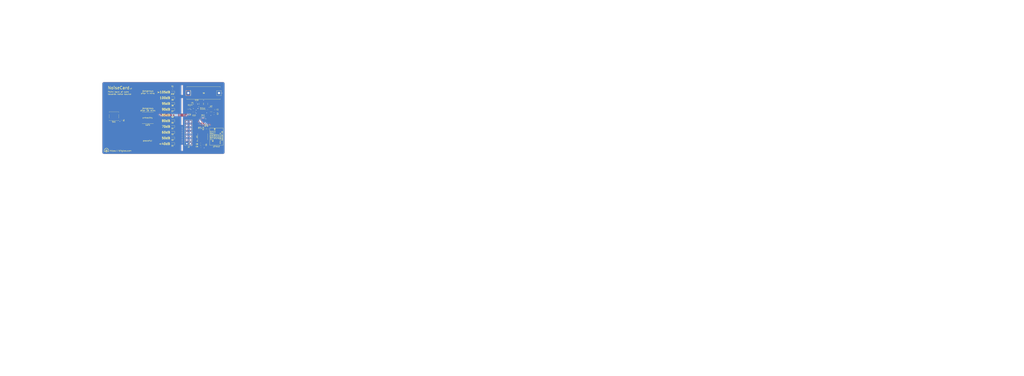
<source format=kicad_pcb>
(kicad_pcb (version 20221018) (generator pcbnew)
  (title_block (title "NoiseCard") (date "2024-06-29") (rev "2") (company "bitgloo") (comment 1 "Drawn by Clyne Sullivan") (comment 2 "Released under the CERN Open Hardware License Version 2 - Strongly Reciprocal"))
  (layers (0 "F.Cu" signal) (31 "B.Cu" signal) (34 "B.Paste" user) (35 "F.Paste" user) (36 "B.SilkS" user "B.Silkscreen") (37 "F.SilkS" user "F.Silkscreen") (38 "B.Mask" user) (39 "F.Mask" user) (44 "Edge.Cuts" user))
  (net 0 "")
  (net 1 "SWCLK")
  (net 2 "GND")
  (net 3 "MIC_WS")
  (net 4 "MIC_BCLK")
  (net 5 "Net-(MK1-DATA_OUT)")
  (net 6 "MIC_DATA_OUT")
  (net 7 "Net-(U1-PA4)")
  (net 8 "SWDIO")
  (net 9 "+1V8")
  (net 10 "Net-(U2-SW)")
  (net 11 "Net-(U4-VIN)")
  (net 12 "Net-(U1-PA5)")
  (net 13 "LED0")
  (net 14 "Net-(D1-A)")
  (net 15 "LED1")
  (net 16 "LED2")
  (net 17 "LED3")
  (net 18 "LED4")
  (net 19 "LED5")
  (net 20 "LED6")
  (net 21 "LED7")
  (net 22 "LED8")
  (net 23 "LED9")
  (net 24 "NRST")
  (net 25 "EN")
  (net 28 "+BATT")
  (net 29 "Net-(U4-VREF)")
  (net 30 "Net-(U3-VOUT)")
  (footprint "Capacitor_SMD:C_1210_3225Metric" (layer "F.Cu") (at 182 65.15 90)
    (fp_text reference "C4")
    (fp_text value "11mF")
  )
  (footprint "Package_TO_SOT_SMD:SOT-23" (layer "F.Cu") (at 170.8 70.375)
    (fp_text reference "U3")
    (fp_text value "BD49KxxG")
  )
  (footprint "Package_TO_SOT_SMD:TSOT-23-5" (layer "F.Cu") (at 185.65 69.15)
    (fp_text reference "U2")
    (fp_text value "LM3670MF")
  )
  (footprint "Capacitor_SMD:C_0603_1608Metric" (layer "F.Cu") (at 177.2 79.6 -90)
    (fp_text reference "C6")
    (fp_text value "0.1uF")
  )
  (footprint "Resistor_SMD:R_0603_1608Metric" (layer "F.Cu") (at 123.6 76.6 90)
    (fp_text reference "R4")
    (fp_text value "33k")
  )
  (footprint "Capacitor_SMD:C_0805_2012Metric" (layer "F.Cu") (at 178.35 93.225)
    (fp_text reference "C8")
    (fp_text value "2.2uF")
  )
  (footprint "Capacitor_SMD:C_0603_1608Metric" (layer "F.Cu") (at 175.6 63.95)
    (fp_text reference "C10")
    (fp_text value "5.6nF")
  )
  (footprint "Resistor_SMD:R_0603_1608Metric" (layer "F.Cu") (at 158.8 54.4 180)
    (fp_text reference "R1")
    (fp_text value "51")
  )
  (footprint "Capacitor_SMD:C_0603_1608Metric" (layer "F.Cu") (at 178.55 94.975)
    (fp_text reference "C9")
    (fp_text value "0.1uF")
  )
  (footprint "Capacitor_SMD:C_0805_2012Metric" (layer "F.Cu") (at 171 67.55 180)
    (fp_text reference "C11")
    (fp_text value "2.2uF")
  )
  (footprint "LED_SMD:LED_0603_1608Metric" (layer "F.Cu") (at 158.7875 77 180)
    (fp_text reference "D5")
    (fp_text value "LED")
  )
  (footprint "Resistor_SMD:R_0603_1608Metric" (layer "F.Cu") (at 181.7 82.6 -90)
    (fp_text reference "R3")
    (fp_text value "51")
  )
  (footprint "Connector_PinHeader_2.54mm:PinHeader_2x07_P2.54mm_Vertical" (layer "F.Cu") (at 171.275 92.875 180)
    (fp_text reference "J2")
    (fp_text value "Conn_02x07_Odd_Even")
  )
  (footprint "LED_SMD:LED_0603_1608Metric" (layer "F.Cu") (at 158.7875 73 180)
    (fp_text reference "D6")
    (fp_text value "LED")
  )
  (footprint "LED_SMD:LED_0603_1608Metric" (layer "F.Cu") (at 158.7875 65 180)
    (fp_text reference "D8")
    (fp_text value "LED")
  )
  (footprint "LED_SMD:LED_0603_1608Metric" (layer "F.Cu") (at 158.7875 89 180)
    (fp_text reference "D2")
    (fp_text value "LED")
  )
  (footprint "Capacitor_SMD:C_0603_1608Metric" (layer "F.Cu") (at 178.7 79.6 -90)
    (fp_text reference "C7")
    (fp_text value "200pF")
  )
  (footprint "footprints:HWQFN16_SOT8076-1_NEX" (layer "F.Cu") (at 174.849811 66.9272)
    (fp_text reference "U4")
    (fp_text value "NEH2000BYJ")
  )
  (footprint "LED_SMD:LED_0603_1608Metric" (layer "F.Cu") (at 158.7875 57 180)
    (fp_text reference "D10")
    (fp_text value "LED")
  )
  (footprint "Resistor_SMD:R_0603_1608Metric" (layer "F.Cu") (at 180.2 79.6 -90)
    (fp_text reference "R10")
    (fp_text value "51")
  )
  (footprint "Button_Switch_SMD:SW_SPST_EVQP0" (layer "F.Cu") (at 118 73.8 180)
    (fp_text reference "SW1")
    (fp_text value "SW_Push")
  )
  (footprint "TestPoint:TestPoint_THTPad_3.0x3.0mm_Drill1.5mm" (layer "F.Cu") (at 191.1307 57.6)
    (fp_text reference "TP3" hide)
    (fp_text value "TestPoint")
  )
  (footprint "LED_SMD:LED_0603_1608Metric" (layer "F.Cu") (at 158.7875 81 180)
    (fp_text reference "D4")
    (fp_text value "LED")
  )
  (footprint "Inductor_SMD:L_0805_2012Metric" (layer "F.Cu") (at 188.6 69.15 -90)
    (fp_text reference "L1")
    (fp_text value "10uH")
  )
  (footprint "noisemeter:MIC_SPH0645LM4H-B" (layer "F.Cu") (at 180 75 180)
    (fp_text reference "MK1")
    (fp_text value "SPH0645LM4H-B")
  )
  (footprint "Capacitor_SMD:C_0603_1608Metric" (layer "F.Cu") (at 180.8 93.725 -90)
    (fp_text reference "C5")
    (fp_text value "0.1uF")
  )
  (footprint "LED_SMD:LED_0603_1608Metric" (layer "F.Cu") (at 158.7875 93 180)
    (fp_text reference "D1")
    (fp_text value "LED")
  )
  (footprint "Resistor_SMD:R_0603_1608Metric" (layer "F.Cu") (at 183.2 82.6 -90)
    (fp_text reference "R2")
    (fp_text value "51")
  )
  (footprint "Capacitor_SMD:C_0805_2012Metric" (layer "F.Cu") (at 182.6 69.15 -90)
    (fp_text reference "C1")
    (fp_text value "4.7uF")
  )
  (footprint "LED_SMD:LED_0603_1608Metric" (layer "F.Cu") (at 158.7875 61 180)
    (fp_text reference "D9")
    (fp_text value "LED")
  )
  (footprint "Library:KXOB25-02X8F-TR_IXY" (layer "F.Cu") (at 180.45 57.6 180)
    (fp_text reference "B1")
    (fp_text value "KXOB25-05X3F-TR")
  )
  (footprint "Capacitor_SMD:C_0805_2012Metric" (layer "F.Cu") (at 187.7 72 180)
    (fp_text reference "C2")
    (fp_text value "10uF")
  )
  (footprint "LED_SMD:LED_0603_1608Metric" (layer "F.Cu") (at 158.7875 85 180)
    (fp_text reference "D3")
    (fp_text value "LED")
  )
  (footprint "Capacitor_SMD:C_1210_3225Metric" (layer "F.Cu") (at 178.8 65.15 90)
    (fp_text reference "C3")
    (fp_text value "11mF")
  )
  (footprint "Capacitor_SMD:C_0805_2012Metric" (layer "F.Cu") (at 173.8 70.8 -90)
    (fp_text reference "C12")
    (fp_text value "2.2uF")
  )
  (footprint "Package_SO:TSSOP-20_4.4x6.5mm_P0.65mm" (layer "F.Cu") (at 179.8 88.05 90)
    (fp_text reference "U1" hide)
    (fp_text value "STM32G031F6Px")
  )
  (footprint "LED_SMD:LED_0603_1608Metric" (layer "F.Cu") (at 158.7875 69 180)
    (fp_text reference "D7")
    (fp_text value "LED")
  )
  (footprint "TestPoint:TestPoint_THTPad_3.0x3.0mm_Drill1.5mm" (layer "F.Cu") (at 169.7693 57.6)
    (fp_text reference "TP2" hide)
    (fp_text value "TestPoint")
  )
  (gr_line (start 194 88) (end 194 94) (stroke (width 0.15)) (layer "F.SilkS"))
  (gr_line (start 184.75 82) (end 194 82) (stroke (width 0.15)) (layer "F.SilkS"))
  (gr_line (start 194 82) (end 194 88) (stroke (width 0.15)) (layer "F.SilkS"))
  (gr_line (start 194 94) (end 184.75 94) (stroke (width 0.15)) (layer "F.SilkS"))
  (gr_line (start 145.6 78.8) (end 137.6 78.8) (stroke (width 0.15)) (layer "F.SilkS"))
  (gr_line (start 145.6 71) (end 137.6 71) (stroke (width 0.15)) (layer "F.SilkS"))
  (gr_line (start 184.75 88) (end 194 88) (stroke (width 0.15)) (layer "F.SilkS"))
  (gr_poly (pts (xy 112.913733 95.905135) (xy 112.991006 95.909286) (xy 113.027346 95.912433) (xy 113.061583 95.91629) (xy 113.093287 95.920855) (xy 113.12203 95.926126) (xy 113.228728 95.953368) (xy 113.333008 95.98862) (xy 113.4346 96.031623) (xy 113.533237 96.08212) (xy 113.628649 96.139851) (xy 113.720567 96.204559) (xy 113.808724 96.275984) (xy 113.89285 96.353869) (xy 113.972676 96.437955) (xy 114.047934 96.527984) (xy 114.118355 96.623697) (xy 114.183671 96.724837) (xy 114.243612 96.831144) (xy 114.29791 96.94236) (xy 114.346297 97.058227) (xy 114.388503 97.178487) (xy 114.418585 97.278071) (xy 114.442963 97.374224) (xy 114.453141 97.422163) (xy 114.462049 97.470624) (xy 114.469736 97.520067) (xy 114.476256 97.570952) (xy 114.48166 97.623739) (xy 114.485999 97.678887) (xy 114.49169 97.798108) (xy 114.493743 97.932295) (xy 114.492572 98.085126) (xy 114.48728 98.462598) (xy 114.434364 98.504932) (xy 114.416401 98.518399) (xy 114.407567 98.523903) (xy 114.398149 98.528661) (xy 114.387635 98.532727) (xy 114.375514 98.536154) (xy 114.361275 98.538998) (xy 114.344405 98.541312) (xy 114.324394 98.54315) (xy 114.300728 98.544567) (xy 114.240391 98.546355) (xy 114.1593 98.54711) (xy 114.053364 98.547265) (xy 113.945484 98.547179) (xy 113.901598 98.546974) (xy 113.863691 98.546576) (xy 113.83122 98.545919) (xy 113.816853 98.545474) (xy 113.803643 98.54494) (xy 113.79152 98.544308) (xy 113.780417 98.543572) (xy 113.770266 98.542723) (xy 113.760999 98.541753) (xy 113.752549 98.540653) (xy 113.744848 98.539417) (xy 113.737827 98.538035) (xy 113.731419 98.536499) (xy 113.725557 98.534802) (xy 113.720172 98.532935) (xy 113.715197 98.530891) (xy 113.710563 98.528661) (xy 113.706203 98.526238) (xy 113.702049 98.523612) (xy 113.698034 98.520777) (xy 113.694088 98.517723) (xy 113.690146 98.514444) (xy 113.686138 98.51093) (xy 113.677655 98.503168) (xy 113.671278 98.496963) (xy 113.665375 98.490596) (xy 113.659944 98.48408) (xy 113.654983 98.477426) (xy 113.650492 98.470648) (xy 113.646467 98.463759) (xy 113.642909 98.456772) (xy 113.639814 98.4497) (xy 113.637182 98.442555) (xy 113.635011 98.435351) (xy 113.6333 98.4281) (xy 113.632046 98.420816) (xy 113.631248 98.413511) (xy 113.630904 98.406198) (xy 113.631013 98.398891) (xy 113.631574 98.391602) (xy 113.632584 98.384343) (xy 113.634042 98.377129) (xy 113.635946 98.369971) (xy 113.638295 98.362883) (xy 113.641087 98.355878) (xy 113.644321 98.348968) (xy 113.647995 98.342167) (xy 113.652106 98.335488) (xy 113.656655 98.328943) (xy 113.661639 98.322545) (xy 113.667056 98.316307) (xy 113.672905 98.310242) (xy 113.679184 98.304363) (xy 113.685891 98.298684) (xy 113.693026 98.293216) (xy 113.700586 98.287973) (xy 113.720082 98.275595) (xy 113.729518 98.270474) (xy 113.739143 98.266007) (xy 113.749254 98.26215) (xy 113.760148 98.258859) (xy 113.772122 98.256089) (xy 113.785473 98.253798) (xy 113.800498 98.251941) (xy 113.817495 98.250473) (xy 113.858592 98.248534) (xy 113.91114 98.247628) (xy 113.977516 98.247404) (xy 114.192711 98.247404) (xy 114.206822 98.111584) (xy 114.211657 98.040847) (xy 114.213009 97.967204) (xy 114.210992 97.891136) (xy 114.20572 97.813129) (xy 114.197305 97.733664) (xy 114.185862 97.653225) (xy 114.171505 97.572295) (xy 114.154346 97.491357) (xy 114.134501 97.410895) (xy 114.112082 97.331391) (xy 114.087203 97.253329) (xy 114.059978 97.177192) (xy 114.030521 97.103463) (xy 113.998945 97.032625) (xy 113.965364 96.965162) (xy 113.929892 96.901557) (xy 113.887456 96.833814) (xy 113.842255 96.768896) (xy 113.794419 96.706898) (xy 113.744077 96.647915) (xy 113.691357 96.592043) (xy 113.63639 96.539377) (xy 113.579304 96.490014) (xy 113.520228 96.444048) (xy 113.459292 96.401575) (xy 113.396625 96.362692) (xy 113.332356 96.327493) (xy 113.266614 96.296074) (xy 113.199529 96.268531) (xy 113.131229 96.244959) (xy 113.061844 96.225454) (xy 112.991502 96.210112) (xy 112.942592 96.20143) (xy 112.921619 96.19802) (xy 112.902509 96.195229) (xy 112.884918 96.193059) (xy 112.868502 96.191509) (xy 112.852919 96.190578) (xy 112.837824 96.190268) (xy 112.822873 96.190578) (xy 112.807724 96.191509) (xy 112.792032 96.193059) (xy 112.775454 96.195229) (xy 112.757646 96.19802) (xy 112.738264 96.20143) (xy 112.693405 96.210112) (xy 112.621501 96.226451) (xy 112.551919 96.245738) (xy 112.484585 96.268027) (xy 112.419424 96.293373) (xy 112.356361 96.32183) (xy 112.295321 96.353452) (xy 112.236229 96.388294) (xy 112.179011 96.426409) (xy 112.123591 96.467852) (xy 112.069895 96.512678) (xy 112.017847 96.560939) (xy 111.967372 96.612692) (xy 111.918396 96.66799) (xy 111.870844 96.726887) (xy 111.82464 96.789437) (xy 111.779711 96.855695) (xy 111.748767 96.905429) (xy 111.719439 96.956072) (xy 111.691728 97.007624) (xy 111.665637 97.060086) (xy 111.641168 97.113457) (xy 111.618325 97.167738) (xy 111.59711 97.222929) (xy 111.577525 97.279029) (xy 111.559573 97.336038) (xy 111.543257 97.393957) (xy 111.528578 97.452786) (xy 111.515541 97.512523) (xy 111.504147 97.573171) (xy 111.494398 97.634728) (xy 111.486299 97.697194) (xy 111.47985 97.76057) (xy 111.473325 97.839201) (xy 111.468329 97.917336) (xy 111.464905 97.992494) (xy 111.463093 98.062195) (xy 111.462934 98.123959) (xy 111.464471 98.175305) (xy 111.465888 98.196296) (xy 111.467744 98.213752) (xy 111.470044 98.227364) (xy 111.472794 98.23682) (xy 111.474831 98.241207) (xy 111.477759 98.245123) (xy 111.481766 98.248595) (xy 111.487043 98.251648) (xy 111.493777 98.254309) (xy 111.502157 98.256602) (xy 111.512371 98.258555) (xy 111.524608 98.260192) (xy 111.555907 98.262624) (xy 111.597562 98.264106) (xy 111.651081 98.264843) (xy 111.717975 98.265043) (xy 111.788554 98.26526) (xy 111.818174 98.265589) (xy 111.844396 98.266117) (xy 111.867507 98.266884) (xy 111.887794 98.267926) (xy 111.905543 98.269284) (xy 111.913556 98.270093) (xy 111.921042 98.270996) (xy 111.928038 98.271997) (xy 111.934578 98.2731) (xy 111.940699 98.274312) (xy 111.946436 98.275636) (xy 111.951826 98.277078) (xy 111.956905 98.278643) (xy 111.961707 98.280334) (xy 111.96627 98.282158) (xy 111.970628 98.284119) (xy 111.974818 98.286221) (xy 111.978876 98.28847) (xy 111.982837 98.290871) (xy 111.986738 98.293427) (xy 111.990613 98.296146) (xy 111.998433 98.302084) (xy 112.00389 98.306691) (xy 112.009015 98.311572) (xy 112.013809 98.31671) (xy 112.01827 98.32209) (xy 112.022397 98.327696) (xy 112.026191 98.333513) (xy 112.02965 98.339523) (xy 112.032774 98.345713) (xy 112.035562 98.352065) (xy 112.038013 98.358564) (xy 112.040127 98.365195) (xy 112.041903 98.37194) (xy 112.043341 98.378786) (xy 112.04444 98.385714) (xy 112.045199 98.392711) (xy 112.045617 98.39976) (xy 112.045694 98.406844) (xy 112.04543 98.413949) (xy 112.044824 98.421059) (xy 112.043874 98.428157) (xy 112.042581 98.435229) (xy 112.040943 98.442257) (xy 112.03896 98.449226) (xy 112.036632 98.456121) (xy 112.033958 98.462926) (xy 112.030937 98.469624) (xy 112.027568 98.4762) (xy 112.023851 98.482638) (xy 112.019785 98.488923) (xy 112.01537 98.495038) (xy 112.010605 98.500967) (xy 112.005489 98.506695) (xy 111.992273 98.520087) (xy 111.98535 98.525504) (xy 111.977487 98.53015) (xy 111.968135 98.534082) (xy 111.956747 98.53736) (xy 111.942776 98.540044) (xy 111.925673 98.542194) (xy 111.87988 98.545126) (xy 111.814989 98.546631) (xy 111.610377 98.547265) (xy 111.252308 98.547265) (xy 111.21703 98.501404) (xy 111.20531 98.485115) (xy 111.200512 98.476413) (xy 111.19636 98.466677) (xy 111.192807 98.455412) (xy 111.189807 98.442121) (xy 111.187314 98.426308) (xy 111.18528 98.407477) (xy 111.182407 98.358777) (xy 111.180815 98.292052) (xy 111.179989 98.088654) (xy 111.180888 97.941731) (xy 111.183875 97.814507) (xy 111.186287 97.757048) (xy 111.189383 97.703034) (xy 111.193219 97.65197) (xy 111.197848 97.603364) (xy 111.203324 97.556721) (xy 111.209703 97.511549) (xy 111.217037 97.467353) (xy 111.225381 97.42364) (xy 111.23479 97.379917) (xy 111.245318 97.33569) (xy 111.269947 97.243751) (xy 111.295227 97.160176) (xy 111.308541 97.120034) (xy 111.322367 97.080839) (xy 111.336752 97.042482) (xy 111.35174 97.004851) (xy 111.36738 96.967834) (xy 111.383718 96.931322) (xy 111.400799 96.895202) (xy 111.418672 96.859364) (xy 111.437381 96.823697) (xy 111.456974 96.788089) (xy 111.477498 96.752429) (xy 111.498998 96.716606) (xy 111.545114 96.644029) (xy 111.592506 96.576164) (xy 111.642641 96.510886) (xy 111.695364 96.4483) (xy 111.750524 96.388513) (xy 111.807968 96.33163) (xy 111.867543 96.277757) (xy 111.929098 96.226999) (xy 111.99248 96.179465) (xy 112.057536 96.135257) (xy 112.124114 96.094484) (xy 112.192061 96.057251) (xy 112.261225 96.023664) (xy 112.331454 95.993828) (xy 112.402594 95.96785) (xy 112.474495 95.945835) (xy 112.547003 95.92789) (xy 112.575126 95.922308) (xy 112.606293 95.917468) (xy 112.640074 95.913367) (xy 112.676042 95.910003) (xy 112.752819 95.905473) (xy 112.833193 95.903857)) (fill solid) (layer "F.SilkS"))
  (gr_line (start 184.75 94) (end 184.75 82) (stroke (width 0.15)) (layer "F.SilkS"))
  (gr_poly (pts (xy 112.8 97) (xy 112.848627 97.002098) (xy 112.889469 97.00443) (xy 112.908364 97.005877) (xy 112.926321 97.007528) (xy 112.9434 97.009395) (xy 112.95966 97.011493) (xy 112.975159 97.013833) (xy 112.989959 97.01643) (xy 113.004118 97.019295) (xy 113.017696 97.022441) (xy 113.030751 97.025883) (xy 113.043344 97.029631) (xy 113.055534 97.033701) (xy 113.067381 97.038103) (xy 113.078943 97.042852) (xy 113.09028 97.047959) (xy 113.135901 97.071774) (xy 113.178843 97.098905) (xy 113.219113 97.129365) (xy 113.25672 97.163163) (xy 113.29167 97.20031) (xy 113.323971 97.240816) (xy 113.353632 97.284691) (xy 113.38066 97.331945) (xy 113.405063 97.38259) (xy 113.426849 97.436635) (xy 113.446025 97.494091) (xy 113.462599 97.554967) (xy 113.476578 97.619275) (xy 113.487972 97.687025) (xy 113.496786 97.758226) (xy 113.50303 97.83289) (xy 113.504549 97.867405) (xy 113.50518 97.904376) (xy 113.504984 97.943154) (xy 113.504022 97.983096) (xy 113.502358 98.023554) (xy 113.500054 98.063884) (xy 113.49717 98.103438) (xy 113.49377 98.14157) (xy 113.489915 98.177636) (xy 113.485667 98.210989) (xy 113.481088 98.240983) (xy 113.476241 98.266972) (xy 113.471187 98.28831) (xy 113.465989 98.304351) (xy 113.463354 98.310184) (xy 113.460707 98.31445) (xy 113.458055 98.317068) (xy 113.455405 98.317959) (xy 113.454729 98.318046) (xy 113.454023 98.318305) (xy 113.452532 98.319317) (xy 113.450948 98.320959) (xy 113.449287 98.323196) (xy 113.447563 98.325991) (xy 113.445794 98.329307) (xy 113.443993 98.33311) (xy 113.442176 98.337362) (xy 113.44036 98.342028) (xy 113.438559 98.34707) (xy 113.436789 98.352454) (xy 113.435066 98.358143) (xy 113.433404 98.3641) (xy 113.43182 98.37029) (xy 113.430329 98.376677) (xy 113.428947 98.383223) (xy 113.425343 98.400563) (xy 113.420534 98.418756) (xy 113.414599 98.437662) (xy 113.407615 98.457141) (xy 113.399659 98.477055) (xy 113.39081 98.497263) (xy 113.381144 98.517626) (xy 113.370739 98.538004) (xy 113.359672 98.558259) (xy 113.348022 98.57825) (xy 113.335865 98.597838) (xy 113.323279 98.616883) (xy 113.310342 98.635246) (xy 113.297131 98.652788) (xy 113.283723 98.669369) (xy 113.270197 98.684848) (xy 113.249079 98.706816) (xy 113.226787 98.727407) (xy 113.203397 98.746622) (xy 113.178985 98.764458) (xy 113.153627 98.780914) (xy 113.127399 98.795989) (xy 113.100379 98.809681) (xy 113.072641 98.821991) (xy 113.044263 98.832915) (xy 113.01532 98.842453) (xy 112.985889 98.850603) (xy 112.956046 98.857365) (xy 112.925866 98.862736) (xy 112.895427 98.866716) (xy 112.864805 98.869304) (xy 112.834075 98.870497) (xy 112.803315 98.870296) (xy 112.772599 98.868697) (xy 112.742005 98.865701) (xy 112.711609 98.861306) (xy 112.681487 98.85551) (xy 112.651714 98.848313) (xy 112.622368 98.839712) (xy 112.593525 98.829707) (xy 112.56526 98.818297) (xy 112.537651 98.80548) (xy 112.510772 98.791254) (xy 112.484701 98.775619) (xy 112.459514 98.758574) (xy 112.435287 98.740116) (xy 112.412095 98.720245) (xy 112.390016 98.698959) (xy 112.363178 98.669417) (xy 112.338195 98.638239) (xy 112.315021 98.605279) (xy 112.293609 98.570388) (xy 112.273912 98.53342) (xy 112.26811 98.520807) (xy 112.626377 98.520807) (xy 112.663419 98.550793) (xy 112.668089 98.554327) (xy 112.673474 98.557654) (xy 112.686226 98.563684) (xy 112.701355 98.568877) (xy 112.718541 98.573227) (xy 112.737463 98.57673) (xy 112.757801 98.57938) (xy 112.779235 98.581172) (xy 112.801443 98.582102) (xy 112.824107 98.582163) (xy 112.846905 98.581351) (xy 112.869517 98.57966) (xy 112.891622 98.577086) (xy 112.912901 98.573623) (xy 112.933032 98.569265) (xy 112.951696 98.564009) (xy 112.968572 98.557848) (xy 112.974701 98.554941) (xy 112.981143 98.551537) (xy 112.987838 98.547678) (xy 112.994727 98.543406) (xy 113.00175 98.538762) (xy 113.008849 98.533788) (xy 113.015962 98.528524) (xy 113.023032 98.523011) (xy 113.029998 98.517293) (xy 113.036802 98.511408) (xy 113.043383 98.5054) (xy 113.049683 98.499309) (xy 113.055642 98.493177) (xy 113.0612 98.487045) (xy 113.066298 98.480954) (xy 113.070877 98.474945) (xy 113.08573 98.454145) (xy 113.099244 98.433225) (xy 113.111487 98.411903) (xy 113.122526 98.389893) (xy 113.132428 98.366912) (xy 113.141261 98.342674) (xy 113.149091 98.316897) (xy 113.155985 98.289296) (xy 113.162011 98.259587) (xy 113.167237 98.227484) (xy 113.171728 98.192705) (xy 113.175553 98.154965) (xy 113.181472 98.069465) (xy 113.18553 97.968709) (xy 113.18718 97.911717) (xy 113.188149 97.859045) (xy 113.188414 97.811541) (xy 113.187956 97.770051) (xy 113.186753 97.735425) (xy 113.185867 97.72095) (xy 113.184786 97.708508) (xy 113.183509 97.698206) (xy 113.182034 97.690149) (xy 113.180356 97.684444) (xy 113.179441 97.682506) (xy 113.178475 97.681195) (xy 113.177199 97.680692) (xy 113.175363 97.68116) (xy 113.170034 97.684964) (xy 113.162545 97.69252) (xy 113.152953 97.70374) (xy 113.127687 97.73682) (xy 113.09469 97.783501) (xy 113.054417 97.84308) (xy 113.007322 97.914855) (xy 112.894488 98.092182) (xy 112.626377 98.520807) (xy 112.26811 98.520807) (xy 112.255885 98.494228) (xy 112.23948 98.452663) (xy 112.224652 98.408579) (xy 112.211353 98.361829) (xy 112.199537 98.312265) (xy 112.189158 98.259739) (xy 112.180169 98.204106) (xy 112.172523 98.145217) (xy 112.166175 98.082925) (xy 112.161077 98.017082) (xy 112.157183 97.947543) (xy 112.156353 97.929301) (xy 112.456372 97.929301) (xy 112.457706 98.008176) (xy 112.461271 98.080355) (xy 112.463833 98.111988) (xy 112.466883 98.139614) (xy 112.470399 98.162454) (xy 112.474356 98.179732) (xy 112.476493 98.186041) (xy 112.478731 98.190669) (xy 112.481069 98.193516) (xy 112.483502 98.194487) (xy 112.491791 98.18525) (xy 112.510367 98.159123) (xy 112.572414 98.065696) (xy 112.754259 97.780635) (xy 112.933459 97.491274) (xy 112.992198 97.392472) (xy 113.008625 97.362852) (xy 113.014433 97.349584) (xy 113.014392 97.348577) (xy 113.01427 97.347541) (xy 113.01407 97.346478) (xy 113.013792 97.345391) (xy 113.013014 97.343154) (xy 113.011953 97.340847) (xy 113.010622 97.338489) (xy 113.009038 97.336097) (xy 113.007216 97.333689) (xy 113.005173 97.331284) (xy 113.002922 97.328899) (xy 113.00048 97.326554) (xy 112.997863 97.324265) (xy 112.995085 97.322051) (xy 112.992163 97.31993) (xy 112.989111 97.31792) (xy 112.985946 97.31604) (xy 112.982683 97.314306) (xy 112.970505 97.308645) (xy 112.95661 97.303575) (xy 112.941228 97.29911) (xy 112.924585 97.295262) (xy 112.906908 97.292045) (xy 112.888425 97.289471) (xy 112.869364 97.287553) (xy 112.84995 97.286305) (xy 112.830413 97.285739) (xy 112.810979 97.285867) (xy 112.791876 97.286704) (xy 112.773331 97.288262) (xy 112.755572 97.290553) (xy 112.738825 97.293591) (xy 112.723319 97.297389) (xy 112.70928 97.301959) (xy 112.68399 97.312311) (xy 112.660336 97.324252) (xy 112.638257 97.337883) (xy 112.617696 97.353305) (xy 112.598591 97.370618) (xy 112.580885 97.389923) (xy 112.564517 97.411321) (xy 112.549428 97.434912) (xy 112.535558 97.460798) (xy 112.522849 97.48908) (xy 112.51124 97.519857) (xy 112.500673 97.553231) (xy 112.491087 97.589302) (xy 112.482424 97.628172) (xy 112.474624 97.669941) (xy 112.467627 97.714709) (xy 112.464027 97.743642) (xy 112.461147 97.776345) (xy 112.458965 97.812041) (xy 112.457458 97.84995) (xy 112.456372 97.929301) (xy 112.156353 97.929301) (xy 112.153907 97.875523) (xy 112.152139 97.816216) (xy 112.15188 97.790393) (xy 112.152067 97.766624) (xy 112.152725 97.744534) (xy 112.153876 97.723749) (xy 112.155544 97.703895) (xy 112.157751 97.684596) (xy 112.160523 97.665478) (xy 112.16388 97.646166) (xy 112.167848 97.626285) (xy 112.172448 97.605462) (xy 112.183641 97.559487) (xy 112.197982 97.507561) (xy 112.21329 97.458849) (xy 112.229662 97.413217) (xy 112.247196 97.370531) (xy 112.265992 97.330655) (xy 112.286147 97.293457) (xy 112.307759 97.258801) (xy 112.319142 97.242384) (xy 112.330926 97.226553) (xy 112.343124 97.21129) (xy 112.355747 97.196579) (xy 112.368808 97.182403) (xy 112.38232 97.168744) (xy 112.396294 97.155587) (xy 112.410743 97.142915) (xy 112.425679 97.13071) (xy 112.441114 97.118956) (xy 112.473532 97.096733) (xy 112.508094 97.076113) (xy 112.544898 97.05696) (xy 112.584044 97.03914) (xy 112.615887 97.025611) (xy 112.630278 97.020052) (xy 112.643989 97.015245) (xy 112.657276 97.011151) (xy 112.670396 97.007731) (xy 112.683603 97.004947) (xy 112.697154 97.00276) (xy 112.711304 97.001131) (xy 112.726309 97.000021) (xy 112.742426 96.999392) (xy 112.759909 96.999204)) (fill solid) (layer "F.SilkS"))
  (gr_arc (start 165 61.5) (mid 165.5 61) (end 166 61.5) (stroke (width 0.1)) (layer "Edge.Cuts"))
  (gr_arc (start 111 100) (mid 110.292893 99.707107) (end 110 99) (stroke (width 0.1)) (layer "Edge.Cuts"))
  (gr_arc (start 195 99) (mid 194.707107 99.707107) (end 194 100) (stroke (width 0.1)) (layer "Edge.Cuts"))
  (gr_line (start 110 51) (end 110 99) (stroke (width 0.1)) (layer "Edge.Cuts"))
  (gr_arc (start 166 97.5) (mid 165.5 98) (end 165 97.5) (stroke (width 0.1)) (layer "Edge.Cuts"))
  (gr_line (start 165 71.5) (end 165 61.5) (stroke (width 0.1)) (layer "Edge.Cuts"))
  (gr_circle (center 165.5 92.2) (end 165.7 92.2) (stroke (width 0.1)) (fill none) (layer "Edge.Cuts"))
  (gr_circle (center 165.5 91) (end 165.7 91) (stroke (width 0.1)) (fill none) (layer "Edge.Cuts"))
  (gr_line (start 165 94) (end 165 97.5) (stroke (width 0.1)) (layer "Edge.Cuts"))
  (gr_circle (center 165.5 88.6) (end 165.7 88.6) (stroke (width 0.1)) (fill none) (layer "Edge.Cuts"))
  (gr_circle (center 165.5 83.8) (end 165.7 83.8) (stroke (width 0.1)) (fill none) (layer "Edge.Cuts"))
  (gr_circle (center 165.5 86.2) (end 165.7 86.2) (stroke (width 0.1)) (fill none) (layer "Edge.Cuts"))
  (gr_arc (start 194 50) (mid 194.707107 50.292893) (end 195 51) (stroke (width 0.1)) (layer "Edge.Cuts"))
  (gr_arc (start 166 71.5) (mid 165.5 72) (end 165 71.5) (stroke (width 0.1)) (layer "Edge.Cuts"))
  (gr_circle (center 165.5 87.4) (end 165.7 87.4) (stroke (width 0.1)) (fill none) (layer "Edge.Cuts"))
  (gr_arc (start 165 94) (mid 165.5 93.5) (end 166 94) (stroke (width 0.1)) (layer "Edge.Cuts"))
  (gr_line (start 166 71.5) (end 166 61.5) (stroke (width 0.1)) (layer "Edge.Cuts"))
  (gr_line (start 166 79.5) (end 166 74.5) (stroke (width 0.1)) (layer "Edge.Cuts"))
  (gr_circle (center 165.5 82.6) (end 165.7 82.6) (stroke (width 0.1)) (fill none) (layer "Edge.Cuts"))
  (gr_line (start 111 50) (end 194 50) (stroke (width 0.1)) (layer "Edge.Cuts"))
  (gr_line (start 111 100) (end 194 100) (stroke (width 0.1)) (layer "Edge.Cuts"))
  (gr_arc (start 165 74.5) (mid 165.5 74) (end 166 74.5) (stroke (width 0.1)) (layer "Edge.Cuts"))
  (gr_circle (center 165.5 81.4) (end 165.7 81.4) (stroke (width 0.1)) (fill none) (layer "Edge.Cuts"))
  (gr_circle (center 165.5 89.8) (end 165.7 89.8) (stroke (width 0.1)) (fill none) (layer "Edge.Cuts"))
  (gr_line (start 166 58.5) (end 166 52.5) (stroke (width 0.1)) (layer "Edge.Cuts"))
  (gr_line (start 165 74.5) (end 165 79.5) (stroke (width 0.1)) (layer "Edge.Cuts"))
  (gr_circle (center 165.5 85) (end 165.7 85) (stroke (width 0.1)) (fill none) (layer "Edge.Cuts"))
  (gr_arc (start 166 79.5) (mid 165.5 80) (end 165 79.5) (stroke (width 0.1)) (layer "Edge.Cuts"))
  (gr_arc (start 110 51) (mid 110.292893 50.292893) (end 111 50) (stroke (width 0.1)) (layer "Edge.Cuts"))
  (gr_arc (start 165 52.5) (mid 165.5 52) (end 166 52.5) (stroke (width 0.1)) (layer "Edge.Cuts"))
  (gr_line (start 166 97.5) (end 166 94) (stroke (width 0.1)) (layer "Edge.Cuts"))
  (gr_arc (start 166 58.5) (mid 165.5 59) (end 165 58.5) (stroke (width 0.1)) (layer "Edge.Cuts"))
  (gr_line (start 165 58.5) (end 165 52.5) (stroke (width 0.1)) (layer "Edge.Cuts"))
  (gr_line (start 195 99) (end 195 51) (stroke (width 0.1)) (layer "Edge.Cuts"))
  (gr_text "peaceful" (at 141.4 90.8) (layer "F.SilkS") (effects (font (size 1 1))))
  (gr_text "dangerous\nafter 4 mins" (at 141.6 57) (layer "F.SilkS") (effects (font (size 1 1))))
  (gr_text "90dB" (at 157.25 69) (layer "F.SilkS") (effects (font (size 1.5 1.5) (thickness 0.3) bold) (justify right)))
  (gr_text "dangerous\nafter 30 mins" (at 141.6 70.4) (layer "F.SilkS") (effects (font (size 1 1)) (justify bottom)))
  (gr_text "*" (at 176.8 91 90) (layer "F.SilkS") (effects (font (size 1 1)) (justify bottom)))
  (gr_text "unhealthy" (at 141.4 74.8) (layer "F.SilkS") (effects (font (size 1 1))))
  (gr_text "80dB" (at 157.25 77) (layer "F.SilkS") (effects (font (size 1.5 1.5) (thickness 0.3) bold) (justify right)))
  (gr_text "50dB" (at 157.25 89) (layer "F.SilkS") (effects (font (size 1.5 1.5) (thickness 0.3) bold) (justify right)))
  (gr_text "pinout" (at 189.375 94.2) (layer "F.SilkS") (effects (font (size 1 1)) (justify top)))
  (gr_text "60dB" (at 157.25 85) (layer "F.SilkS") (effects (font (size 1.5 1.5) (thickness 0.3) bold) (justify right)))
  (gr_text "v2" (at 129 55) (layer "F.SilkS") (effects (font (size 0.8 0.8)) (justify left bottom)))
  (gr_text "safe" (at 141.6 79.2) (layer "F.SilkS") (effects (font (size 1 1)) (justify top)))
  (gr_text "70dB" (at 157.25 81) (layer "F.SilkS") (effects (font (size 1.5 1.5) (thickness 0.3) bold) (justify right)))
  (gr_text "85dB" (at 157.25 73) (layer "F.SilkS") (effects (font (size 1.5 1.5) (thickness 0.3) bold) (justify right)))
  (gr_text "95dB" (at 157.25 65) (layer "F.SilkS") (effects (font (size 1.5 1.5) (thickness 0.3) bold) (justify right)))
  (gr_text "<40dB" (at 157.2 93) (layer "F.SilkS") (effects (font (size 1.5 1.5) (thickness 0.3) bold) (justify right)))
  (gr_text "Point back of card\ntowards noise source" (at 113.8 56.2) (layer "F.SilkS") (effects (font (size 1 1)) (justify left top)))
  (gr_text "1V8\nB3-6\nA6\nA2\nA0\nC14/B9\nGND" (at 193.8 88.2 90) (layer "F.SilkS") (effects (font (size 0.8 0.8) (thickness 0.15) bold) (justify right bottom)))
  (gr_text "100dB" (at 157.25 61) (layer "F.SilkS") (effects (font (size 1.5 1.5) (thickness 0.3) bold) (justify right)))
  (gr_text "NoiseCard" (at 113.6 52.8) (layer "F.SilkS") (effects (font (size 2 2) (thickness 0.3)) (justify left top)))
  (gr_text "https://bitgloo.com" (at 115 98.4) (layer "F.SilkS") (effects (font (size 1 1)) (justify left bottom)))
  (gr_text "U1" (at 176.2 88 90) (layer "F.SilkS") (effects (font (size 0.8 0.8)) (justify bottom)))
  (gr_text ">105dB" (at 157.25 57) (layer "F.SilkS") (effects (font (size 1.5 1.5) (thickness 0.3) bold) (justify right)))
  (gr_text "SWDIO\nSWCLK\nB0-2/A8\nA3\nA1\nC15\nB7-8" (at 193.8 87.8 90) (layer "F.SilkS") (effects (font (size 0.8 0.8) (thickness 0.15) bold) (justify left bottom)))
  (segment (start 177.525 84.161396) (end 173.538604 80.175) (width 0.25) (layer "F.Cu") (net 1))
  (segment (start 173.538604 80.175) (end 171.275 80.175) (width 0.25) (layer "F.Cu") (net 1))
  (segment (start 177.525 85.1875) (end 177.525 84.161396) (width 0.25) (layer "F.Cu") (net 1))
  (via (at 185.5 73.2) (size 0.8) (drill 0.4) (layers "F.Cu" "B.Cu") (net 2))
  (via (at 182.6 71.4) (size 0.8) (drill 0.4) (layers "F.Cu" "B.Cu") (net 2))
  (via (at 175.2 69.55) (size 0.8) (drill 0.4) (layers "F.Cu" "B.Cu") (net 2))
  (via (at 182 75.6) (size 0.8) (drill 0.4) (layers "F.Cu" "B.Cu") (net 2))
  (via (at 176.4 65.15) (size 0.8) (drill 0.4) (layers "F.Cu" "B.Cu") (net 2))
  (via (at 180.8 95.8) (size 0.8) (drill 0.4) (layers "F.Cu" "B.Cu") (net 2))
  (via (at 176.6 68.4) (size 0.8) (drill 0.4) (layers "F.Cu" "B.Cu") (net 2))
  (via (at 193.2 57.6) (size 0.8) (drill 0.4) (layers "F.Cu" "B.Cu") (net 2))
  (via (at 180.4 62.6) (size 0.8) (drill 0.4) (layers "F.Cu" "B.Cu") (net 2))
  (via (at 171.6 69.15) (size 0.8) (drill 0.4) (layers "F.Cu" "B.Cu") (net 2))
  (via (at 175.2 71.6) (size 0.8) (drill 0.4) (layers "F.Cu" "B.Cu") (net 2))
  (via (at 122.2 77.4) (size 0.8) (drill 0.4) (layers "F.Cu" "B.Cu") (net 2))
  (via (at 178 81.4) (size 0.8) (drill 0.4) (layers "F.Cu" "B.Cu") (net 2))
  (segment (start 183.2 78.6) (end 183.2 81.775) (width 0.25) (layer "F.Cu") (net 3))
  (segment (start 180.9 77.074) (end 181.674 77.074) (width 0.25) (layer "F.Cu") (net 3))
  (segment (start 181.674 77.074) (end 183.2 78.6) (width 0.25) (layer "F.Cu") (net 3))
  (segment (start 181.7 78.7) (end 181.7 81.775) (width 0.25) (layer "F.Cu") (net 4))
  (segment (start 179.1 76.252) (end 177.948 76.252) (width 0.25) (layer "F.Cu") (net 4))
  (segment (start 177.948 76.252) (end 177.9 76.3) (width 0.25) (layer "F.Cu") (net 4))
  (via (at 177.9 76.3) (size 0.8) (drill 0.4) (layers "F.Cu" "B.Cu") (net 4))
  (via (at 181.7 78.7) (size 0.8) (drill 0.4) (layers "F.Cu" "B.Cu") (net 4))
  (segment (start 180.3 78.7) (end 177.9 76.3) (width 0.25) (layer "B.Cu") (net 4))
  (segment (start 181.7 78.7) (end 180.3 78.7) (width 0.25) (layer "B.Cu") (net 4))
  (segment (start 180 77.074) (end 180 78.575) (width 0.25) (layer "F.Cu") (net 5))
  (segment (start 180 78.575) (end 180.2 78.775) (width 0.25) (layer "F.Cu") (net 5))
  (segment (start 180.775 85.1875) (end 180.775 81) (width 0.25) (layer "F.Cu") (net 6))
  (segment (start 180.775 81) (end 180.2 80.425) (width 0.25) (layer "F.Cu") (net 6))
  (segment (start 182.725 85.1875) (end 182.725 83.9) (width 0.25) (layer "F.Cu") (net 7))
  (segment (start 182.725 83.9) (end 183.2 83.425) (width 0.25) (layer "F.Cu") (net 7))
  (segment (start 178.175 84.175) (end 171.635 77.635) (width 0.25) (layer "F.Cu") (net 8))
  (segment (start 178.175 85.1875) (end 178.175 84.175) (width 0.25) (layer "F.Cu") (net 8))
  (segment (start 171.635 77.635) (end 171.275 77.635) (width 0.25) (layer "F.Cu") (net 8))
  (segment (start 159.625 54.4) (end 159.625 55.225) (width 0.25) (layer "F.Cu") (net 9))
  (segment (start 184.6 94) (end 184.6 79.7) (width 0.25) (layer "F.Cu") (net 9))
  (segment (start 168.7 75.7) (end 166.8 73.8) (width 0.25) (layer "F.Cu") (net 9))
  (segment (start 178.7 78.825) (end 177.2 78.825) (width 0.25) (layer "F.Cu") (net 9))
  (segment (start 188.65 75.65) (end 184.6 79.7) (width 0.6) (layer "F.Cu") (net 9))
  (segment (start 175.4 75.7) (end 168.7 75.7) (width 0.6) (layer "F.Cu") (net 9))
  (segment (start 188.7125 70.1) (end 188.6 70.2125) (width 0.6) (layer "F.Cu") (net 9))
  (segment (start 179.1 77.074) (end 179.1 78.425) (width 0.25) (layer "F.Cu") (net 9))
  (segment (start 168.735 77.635) (end 168.735 75.735) (width 0.25) (layer "F.Cu") (net 9))
  (segment (start 188.4875 70.1) (end 188.6 70.2125) (width 0.6) (layer "F.Cu") (net 9))
  (segment (start 177.2 77.5) (end 175.4 75.7) (width 0.6) (layer "F.Cu") (net 9))
  (segment (start 177.775 94.975) (end 177.775 96.075) (width 0.25) (layer "F.Cu") (net 9))
  (segment (start 188.6 71.95) (end 188.65 72) (width 0.6) (layer "F.Cu") (net 9))
  (segment (start 188.65 72) (end 188.65 75.65) (width 0.6) (layer "F.Cu") (net 9))
  (segment (start 166.8 60.8) (end 166.8 73.8) (width 0.25) (layer "F.Cu") (net 9))
  (segment (start 177.775 96.075) (end 178.4 96.7) (width 0.25) (layer "F.Cu") (net 9))
  (segment (start 186.7875 70.1) (end 188.4875 70.1) (width 0.6) (layer "F.Cu") (net 9))
  (segment (start 177.4 93.225) (end 177.4 94.6) (width 0.25) (layer "F.Cu") (net 9))
  (segment (start 166 60) (end 166.8 60.8) (width 0.25) (layer "F.Cu") (net 9))
  (segment (start 168.735 75.735) (end 168.7 75.7) (width 0.25) (layer "F.Cu") (net 9))
  (segment (start 178.4 96.7) (end 181.9 96.7) (width 0.25) (layer "F.Cu") (net 9))
  (segment (start 159.625 55.225) (end 164.4 60) (width 0.25) (layer "F.Cu") (net 9))
  (segment (start 178.825 90.9125) (end 178.825 91.8) (width 0.25) (layer "F.Cu") (net 9))
  (segment (start 177.2 78.825) (end 177.2 77.5) (width 0.25) (layer "F.Cu") (net 9))
  (segment (start 188.6 70.2125) (end 188.6 71.95) (width 0.6) (layer "F.Cu") (net 9))
  (segment (start 177.4 94.6) (end 177.775 94.975) (width 0.25) (layer "F.Cu") (net 9))
  (segment (start 181.9 96.7) (end 184.6 94) (width 0.25) (layer "F.Cu") (net 9))
  (segment (start 179.1 78.425) (end 178.7 78.825) (width 0.25) (layer "F.Cu") (net 9))
  (segment (start 164.4 60) (end 166 60) (width 0.25) (layer "F.Cu") (net 9))
  (segment (start 178.825 91.8) (end 177.4 93.225) (width 0.25) (layer "F.Cu") (net 9))
  (via (at 177.2 77.5) (size 0.8) (drill 0.4) (layers "F.Cu" "B.Cu") (net 9))
  (via (at 184.6 79.7) (size 0.8) (drill 0.4) (layers "F.Cu" "B.Cu") (net 9))
  (segment (start 184.6 79.7) (end 179.4 79.7) (width 0.6) (layer "B.Cu") (net 9))
  (segment (start 179.4 79.7) (end 177.2 77.5) (width 0.6) (layer "B.Cu") (net 9))
  (segment (start 188.4875 68.2) (end 188.6 68.0875) (width 0.25) (layer "F.Cu") (net 10))
  (segment (start 186.7875 68.2) (end 188.4875 68.2) (width 0.25) (layer "F.Cu") (net 10))
  (segment (start 175.099874 65.4794) (end 175.099874 64.224874) (width 0.25) (layer "F.Cu") (net 11))
  (segment (start 175.099874 64.224874) (end 174.825 63.95) (width 0.25) (layer "F.Cu") (net 11))
  (segment (start 182.075 85.1875) (end 182.075 83.8) (width 0.25) (layer "F.Cu") (net 12))
  (segment (start 182.075 83.8) (end 181.7 83.425) (width 0.25) (layer "F.Cu") (net 12))
  (segment (start 174.8875 90.9125) (end 172.925 92.875) (width 0.25) (layer "F.Cu") (net 13))
  (segment (start 171.275 92.875) (end 170.396701 92.875) (width 0.25) (layer "F.Cu") (net 13))
  (segment (start 160.4 91.6) (end 159.575 92.425) (width 0.25) (layer "F.Cu") (net 13))
  (segment (start 176.875 90.9125) (end 174.8875 90.9125) (width 0.25) (layer "F.Cu") (net 13))
  (segment (start 172.925 92.875) (end 171.275 92.875) (width 0.25) (layer "F.Cu") (net 13))
  (segment (start 169.121701 91.6) (end 160.4 91.6) (width 0.25) (layer "F.Cu") (net 13))
  (segment (start 170.396701 92.875) (end 169.121701 91.6) (width 0.25) (layer "F.Cu") (net 13))
  (segment (start 159.575 92.425) (end 159.575 93) (width 0.25) (layer "F.Cu") (net 13))
  (segment (start 158 54.425) (end 157.975 54.4) (width 0.25) (layer "F.Cu") (net 14))
  (segment (start 158 57) (end 158 54.425) (width 0.25) (layer "F.Cu") (net 14))
  (segment (start 158 93) (end 158 57) (width 0.25) (layer "F.Cu") (net 14))
  (segment (start 166.465 90.335) (end 166.4 90.4) (width 0.25) (layer "F.Cu") (net 15))
  (segment (start 168.735 90.335) (end 166.465 90.335) (width 0.25) (layer "F.Cu") (net 15))
  (segment (start 177.525 90.9125) (end 177.525 90.175001) (width 0.25) (layer "F.Cu") (net 15))
  (segment (start 173.4 91.6) (end 170 91.6) (width 0.25) (layer "F.Cu") (net 15))
  (segment (start 170 91.6) (end 168.735 90.335) (width 0.25) (layer "F.Cu") (net 15))
  (segment (start 177.525 90.175001) (end 176.849999 89.5) (width 0.25) (layer "F.Cu") (net 15))
  (segment (start 166.4 90.4) (end 160.975 90.4) (width 0.25) (layer "F.Cu") (net 15))
  (segment (start 176.849999 89.5) (end 175.5 89.5) (width 0.25) (layer "F.Cu") (net 15))
  (segment (start 175.5 89.5) (end 173.4 91.6) (width 0.25) (layer "F.Cu") (net 15))
  (segment (start 160.975 90.4) (end 159.575 89) (width 0.25) (layer "F.Cu") (net 15))
  (segment (start 170.396701 90.335) (end 169.061701 89) (width 0.25) (layer "F.Cu") (net 16))
  (segment (start 166.4 89.2) (end 164.6 89.2) (width 0.25) (layer "F.Cu") (net 16))
  (segment (start 171.275 90.335) (end 170.396701 90.335) (width 0.25) (layer "F.Cu") (net 16))
  (segment (start 160.4 85) (end 159.575 85) (width 0.25) (layer "F.Cu") (net 16))
  (segment (start 178.175 90.9125) (end 178.175 90.175001) (width 0.25) (layer "F.Cu") (net 16))
  (segment (start 166.6 89) (end 166.4 89.2) (width 0.25) (layer "F.Cu") (net 16))
  (segment (start 173.865 90.335) (end 171.275 90.335) (width 0.25) (layer "F.Cu") (net 16))
  (segment (start 178.175 90.175001) (end 177.049999 89.05) (width 0.25) (layer "F.Cu") (net 16))
  (segment (start 169.061701 89) (end 166.6 89) (width 0.25) (layer "F.Cu") (net 16))
  (segment (start 164.6 89.2) (end 160.4 85) (width 0.25) (layer "F.Cu") (net 16))
  (segment (start 175.15 89.05) (end 173.865 90.335) (width 0.25) (layer "F.Cu") (net 16))
  (segment (start 177.049999 89.05) (end 175.15 89.05) (width 0.25) (layer "F.Cu") (net 16))
  (segment (start 166.4 88) (end 164.4 88) (width 0.25) (layer "F.Cu") (net 17))
  (segment (start 166.605 87.795) (end 166.4 88) (width 0.25) (layer "F.Cu") (net 17))
  (segment (start 164.4 88) (end 161.4 85) (width 0.25) (layer "F.Cu") (net 17))
  (segment (start 174.8 88.6) (end 174.4 89) (width 0.25) (layer "F.Cu") (net 17))
  (segment (start 161.4 82.825) (end 159.575 81) (width 0.25) (layer "F.Cu") (net 17))
  (segment (start 180.775 90.175001) (end 179.199999 88.6) (width 0.25) (layer "F.Cu") (net 17))
  (segment (start 174.4 89) (end 170.166396 89) (width 0.25) (layer "F.Cu") (net 17))
  (segment (start 180.775 90.9125) (end 180.775 90.175001) (width 0.25) (layer "F.Cu") (net 17))
  (segment (start 168.735 87.795) (end 166.605 87.795) (width 0.25) (layer "F.Cu") (net 17))
  (segment (start 170.166396 89) (end 168.848198 87.681802) (width 0.25) (layer "F.Cu") (net 17))
  (segment (start 161.4 85) (end 161.4 82.825) (width 0.25) (layer "F.Cu") (net 17))
  (segment (start 179.199999 88.6) (end 174.8 88.6) (width 0.25) (layer "F.Cu") (net 17))
  (segment (start 179.399999 88.15) (end 174.75 88.15) (width 0.25) (layer "F.Cu") (net 18))
  (segment (start 179.525 88.275) (end 179.4 88.15) (width 0.25) (layer "F.Cu") (net 18))
  (segment (start 164.6 86.8) (end 161.85 84.05) (width 0.25) (layer "F.Cu") (net 18))
  (segment (start 169.201701 86.6) (end 166.6 86.6) (width 0.25) (layer "F.Cu") (net 18))
  (segment (start 174.75 88.15) (end 174.395 87.795) (width 0.25) (layer "F.Cu") (net 18))
  (segment (start 161.85 84.05) (end 161.85 79.275) (width 0.25) (layer "F.Cu") (net 18))
  (segment (start 181.425 90.175001) (end 179.525 88.275) (width 0.25) (layer "F.Cu") (net 18))
  (segment (start 166.6 86.6) (end 166.4 86.8) (width 0.25) (layer "F.Cu") (net 18))
  (segment (start 174.395 87.795) (end 171.275 87.795) (width 0.25) (layer "F.Cu") (net 18))
  (segment (start 171.275 87.795) (end 170.396701 87.795) (width 0.25) (layer "F.Cu") (net 18))
  (segment (start 179.525 88.275) (end 179.399999 88.15) (width 0.25) (layer "F.Cu") (net 18))
  (segment (start 181.425 90.9125) (end 181.425 90.175001) (width 0.25) (layer "F.Cu") (net 18))
  (segment (start 170.396701 87.795) (end 169.201701 86.6) (width 0.25) (layer "F.Cu") (net 18))
  (segment (start 166.4 86.8) (end 164.6 86.8) (width 0.25) (layer "F.Cu") (net 18))
  (segment (start 161.85 79.275) (end 159.575 77) (width 0.25) (layer "F.Cu") (net 18))
  (segment (start 175.1 87.7) (end 174 86.6) (width 0.25) (layer "F.Cu") (net 19))
  (segment (start 166.745 85.255) (end 166.4 85.6) (width 0.25) (layer "F.Cu") (net 19))
  (segment (start 179.586395 87.7) (end 175.1 87.7) (width 0.25) (layer "F.Cu") (net 19))
  (segment (start 162.3 83.3) (end 162.3 75.725) (width 0.25) (layer "F.Cu") (net 19))
  (segment (start 162.3 75.725) (end 159.575 73) (width 0.25) (layer "F.Cu") (net 19))
  (segment (start 182.075 90.188605) (end 179.586395 87.7) (width 0.25) (layer "F.Cu") (net 19))
  (segment (start 182.075 90.9125) (end 182.075 90.188605) (width 0.25) (layer "F.Cu") (net 19))
  (segment (start 170.08 86.6) (end 168.735 85.255) (width 0.25) (layer "F.Cu") (net 19))
  (segment (start 174 86.6) (end 170.08 86.6) (width 0.25) (layer "F.Cu") (net 19))
  (segment (start 164.6 85.6) (end 162.3 83.3) (width 0.25) (layer "F.Cu") (net 19))
  (segment (start 166.4 85.6) (end 164.6 85.6) (width 0.25) (layer "F.Cu") (net 19))
  (segment (start 168.735 85.255) (end 166.745 85.255) (width 0.25) (layer "F.Cu") (net 19))
  (segment (start 162.75 82.35) (end 162.75 72.175) (width 0.25) (layer "F.Cu") (net 20))
  (segment (start 173.455 85.255) (end 171.275 85.255) (width 0.25) (layer "F.Cu") (net 20))
  (segment (start 169.141701 84) (end 166.8 84) (width 0.25) (layer "F.Cu") (net 20))
  (segment (start 166.4 84.4) (end 164.8 84.4) (width 0.25) (layer "F.Cu") (net 20))
  (segment (start 175.4 87.2) (end 173.455 85.255) (width 0.25) (layer "F.Cu") (net 20))
  (segment (start 166.8 84) (end 166.4 84.4) (width 0.25) (layer "F.Cu") (net 20))
  (segment (start 164.8 84.4) (end 162.75 82.35) (width 0.25) (layer "F.Cu") (net 20))
  (segment (start 182.725 90.175001) (end 179.749999 87.2) (width 0.25) (layer "F.Cu") (net 20))
  (segment (start 170.396701 85.255) (end 169.141701 84) (width 0.25) (layer "F.Cu") (net 20))
  (segment (start 182.725 90.9125) (end 182.725 90.175001) (width 0.25) (layer "F.Cu") (net 20))
  (segment (start 162.75 72.175) (end 159.575 69) (width 0.25) (layer "F.Cu") (net 20))
  (segment (start 171.275 85.255) (end 170.396701 85.255) (width 0.25) (layer "F.Cu") (net 20))
  (segment (start 179.749999 87.2) (end 175.4 87.2) (width 0.25) (layer "F.Cu") (net 20))
  (segment (start 166.4 83.2) (end 165 83.2) (width 0.25) (layer "F.Cu") (net 21))
  (segment (start 163.2 68.625) (end 159.575 65) (width 0.25) (layer "F.Cu") (net 21))
  (segment (start 165 83.2) (end 163.2 81.4) (width 0.25) (layer "F.Cu") (net 21))
  (segment (start 163.2 81.4) (end 163.2 68.625) (width 0.25) (layer "F.Cu") (net 21))
  (segment (start 169.91 83.89) (end 168.735 82.715) (width 0.25) (layer "F.Cu") (net 21))
  (segment (start 180.599999 86.75) (end 175.75 86.75) (width 0.25) (layer "F.Cu") (net 21))
  (segment (start 181.425 85.1875) (end 181.425 85.924999) (width 0.25) (layer "F.Cu") (net 21))
  (segment (start 172.89 83.89) (end 169.91 83.89) (width 0.25) (layer "F.Cu") (net 21))
  (segment (start 181.425 85.924999) (end 180.599999 86.75) (width 0.25) (layer "F.Cu") (net 21))
  (segment (start 168.735 82.715) (end 166.885 82.715) (width 0.25) (layer "F.Cu") (net 21))
  (segment (start 175.75 86.75) (end 172.89 83.89) (width 0.25) (layer "F.Cu") (net 21))
  (segment (start 166.885 82.715) (end 166.4 83.2) (width 0.25) (layer "F.Cu") (net 21))
  (segment (start 163.65 65.075) (end 159.575 61) (width 0.25) (layer "F.Cu") (net 22))
  (segment (start 163.65 80.65) (end 163.65 65.075) (width 0.25) (layer "F.Cu") (net 22))
  (segment (start 180.125 85.1875) (end 180.125 85.924999) (width 0.25) (layer "F.Cu") (net 22))
  (segment (start 165 82) (end 163.65 80.65) (width 0.25) (layer "F.Cu") (net 22))
  (segment (start 166.4 82) (end 165 82) (width 0.25) (layer "F.Cu") (net 22))
  (segment (start 176.1 86.3) (end 172.515 82.715) (width 0.25) (layer "F.Cu") (net 22))
  (segment (start 179.749999 86.3) (end 176.1 86.3) (width 0.25) (layer "F.Cu") (net 22))
  (segment (start 167 81.4) (end 166.4 82) (width 0.25) (layer "F.Cu") (net 22))
  (segment (start 172.515 82.715) (end 171.275 82.715) (width 0.25) (layer "F.Cu") (net 22))
  (segment (start 180.125 85.924999) (end 179.749999 86.3) (width 0.25) (layer "F.Cu") (net 22))
  (segment (start 170.396701 82.715) (end 169.081701 81.4) (width 0.25) (layer "F.Cu") (net 22))
  (segment (start 171.275 82.715) (end 170.396701 82.715) (width 0.25) (layer "F.Cu") (net 22))
  (segment (start 169.081701 81.4) (end 167 81.4) (width 0.25) (layer "F.Cu") (net 22))
  (segment (start 164.1 61.525) (end 159.575 57) (width 0.25) (layer "F.Cu") (net 23))
  (segment (start 172.6 81.4) (end 169.96 81.4) (width 0.25) (layer "F.Cu") (net 23))
  (segment (start 176.875 85.1875) (end 176.3875 85.1875) (width 0.25) (layer "F.Cu") (net 23))
  (segment (start 164.6 80.6) (end 164.1 80.1) (width 0.25) (layer "F.Cu") (net 23))
  (segment (start 166.825 80.175) (end 166.4 80.6) (width 0.25) (layer "F.Cu") (net 23))
  (segment (start 166.4 80.6) (end 164.6 80.6) (width 0.25) (layer "F.Cu") (net 23))
  (segment (start 169.96 81.4) (end 168.735 80.175) (width 0.25) (layer "F.Cu") (net 23))
  (segment (start 168.735 80.175) (end 166.825 80.175) (width 0.25) (layer "F.Cu") (net 23))
  (segment (start 176.3875 85.1875) (end 172.6 81.4) (width 0.25) (layer "F.Cu") (net 23))
  (segment (start 164.1 80.1) (end 164.1 61.525) (width 0.25) (layer "F.Cu") (net 23))
  (segment (start 180.125 92.275) (end 180.8 92.95) (width 0.25) (layer "F.Cu") (net 24))
  (segment (start 180.125 90.9125) (end 180.125 92.275) (width 0.25) (layer "F.Cu") (net 24))
  (segment (start 123.6 75.775) (end 125.975 73.4) (width 0.25) (layer "F.Cu") (net 25))
  (segment (start 123.575 75.8) (end 123.6 75.775) (width 0.25) (layer "F.Cu") (net 25))
  (segment (start 115.12 75.8) (end 120.88 75.8) (width 0.25) (layer "F.Cu") (net 25))
  (segment (start 176.8 72.6) (end 184 72.6) (width 0.25) (layer "F.Cu") (net 25))
  (segment (start 168.4 73.4) (end 176 73.4) (width 0.25) (layer "F.Cu") (net 25))
  (segment (start 125.975 73.4) (end 126.4 73.4) (width 0.25) (layer "F.Cu") (net 25))
  (segment (start 184.5125 72.0875) (end 184.5125 70.1) (width 0.25) (layer "F.Cu") (net 25))
  (segment (start 120.88 75.8) (end 123.575 75.8) (width 0.25) (layer "F.Cu") (net 25))
  (segment (start 176 73.4) (end 176.8 72.6) (width 0.25) (layer "F.Cu") (net 25))
  (segment (start 184 72.6) (end 184.5125 72.0875) (width 0.25) (layer "F.Cu") (net 25))
  (segment (start 126.4 73.4) (end 150.8 73.4) (width 0.25) (layer "F.Cu") (net 25))
  (via (at 150.8 73.4) (size 0.8) (drill 0.4) (layers "F.Cu" "B.Cu") (net 25))
  (via (at 168.4 73.4) (size 0.8) (drill 0.4) (layers "F.Cu" "B.Cu") (net 25))
  (segment (start 150.8 73.4) (end 168.4 73.4) (width 0.25) (layer "B.Cu") (net 25))
  (segment (start 125.2 71.8) (end 126 72.6) (width 0.25) (layer "F.Cu") (net 28))
  (segment (start 126 72.6) (end 149.8 72.6) (width 0.25) (layer "F.Cu") (net 28))
  (segment (start 120.88 71.8) (end 125.2 71.8) (width 0.25) (layer "F.Cu") (net 28))
  (segment (start 175.8 72.6) (end 176.9 71.5) (width 0.25) (layer "F.Cu") (net 28))
  (segment (start 172.275 70.375) (end 172.85 69.8) (width 0.25) (layer "F.Cu") (net 28))
  (segment (start 174.099622 68.375) (end 174.099622 69.500378) (width 0.25) (layer "F.Cu") (net 28))
  (segment (start 174.099622 69.500378) (end 173.8 69.8) (width 0.25) (layer "F.Cu") (net 28))
  (segment (start 176.9 71.5) (end 176.9 70.7) (width 0.25) (layer "F.Cu") (net 28))
  (segment (start 169.4 72.6) (end 175.8 72.6) (width 0.25) (layer "F.Cu") (net 28))
  (segment (start 171.7375 70.375) (end 172.275 70.375) (width 0.25) (layer "F.Cu") (net 28))
  (segment (start 115.12 71.8) (end 120.88 71.8) (width 0.25) (layer "F.Cu") (net 28))
  (segment (start 172.85 69.8) (end 173.8 69.8) (width 0.25) (layer "F.Cu") (net 28))
  (via (at 149.8 72.6) (size 0.8) (drill 0.4) (layers "F.Cu" "B.Cu") (net 28))
  (via (at 169.4 72.6) (size 0.8) (drill 0.4) (layers "F.Cu" "B.Cu") (net 28))
  (segment (start 149.8 72.6) (end 169.4 72.6) (width 0.25) (layer "B.Cu") (net 28))
  (segment (start 172.322737 67.177263) (end 171.95 67.55) (width 0.25) (layer "F.Cu") (net 29))
  (segment (start 173.402011 67.177263) (end 172.322737 67.177263) (width 0.25) (layer "F.Cu") (net 29))
  (segment (start 172.2951 66.35) (end 169 66.35) (width 0.25) (layer "F.Cu") (net 30))
  (segment (start 169 66.35) (end 168.4 66.95) (width 0.25) (layer "F.Cu") (net 30))
  (segment (start 168.4 69.8625) (end 169.8625 71.325) (width 0.25) (layer "F.Cu") (net 30))
  (segment (start 173.402011 66.677137) (end 172.622237 66.677137) (width 0.25) (layer "F.Cu") (net 30))
  (segment (start 172.622237 66.677137) (end 172.2951 66.35) (width 0.25) (layer "F.Cu") (net 30))
  (segment (start 168.4 66.95) (end 168.4 69.8625) (width 0.25) (layer "F.Cu") (net 30))
  (zone (net 28) (net_name "+BATT") (layer "F.Cu") (priority 2) (connect_pads yes (clearance 0.25)) (min_thickness 0.25) (fill yes (thermal_gap 0.5) (thermal_bridge_width 0.5) (smoothing chamfer) (radius 0.25))
    (polygon (pts (xy 175.942011 66.050011) (xy 175.942011 67.504263) (xy 177.653211 67.504263) (xy 176.538074 68.6194) (xy 175.473 68.6194) (xy 175.473 68.7306) (xy 174.9036 69.3) (xy 173.075 69.3) (xy 173.075 70.3) (xy 174.55 70.3) (xy 175 70.75) (xy 179.825 70.75) (xy 181.875 68.7) (xy 183.65 68.7) (xy 183.85 68.5) (xy 185.175 68.5) (xy 185.175 67.875) (xy 183.35 66.05) (xy 175.942022 66.05)))
  )
  (zone (net 11) (net_name "Net-(U4-VIN)") (layer "F.Cu") (priority 1) (connect_pads yes (clearance 0.25)) (min_thickness 0.25) (fill yes (thermal_gap 0.5) (thermal_bridge_width 0.5))
    (polygon (pts (xy 168.5882 53.9043) (xy 170.9504 53.9043) (xy 170.9504 61.2957) (xy 173.1297 63.475) (xy 175.275 63.475) (xy 175.275 64.425) (xy 171.7175 64.425) (xy 168.5882 61.2957)))
  )
  (zone (net 2) (net_name "GND") (layers "F&B.Cu") (connect_pads yes (clearance 0.25)) (min_thickness 0.25) (fill yes (thermal_gap 0.5) (thermal_bridge_width 0.5) (smoothing chamfer) (radius 0.25))
    (polygon (pts (xy 110 50) (xy 110 100) (xy 195 100) (xy 195 50)))
  )
)
</source>
